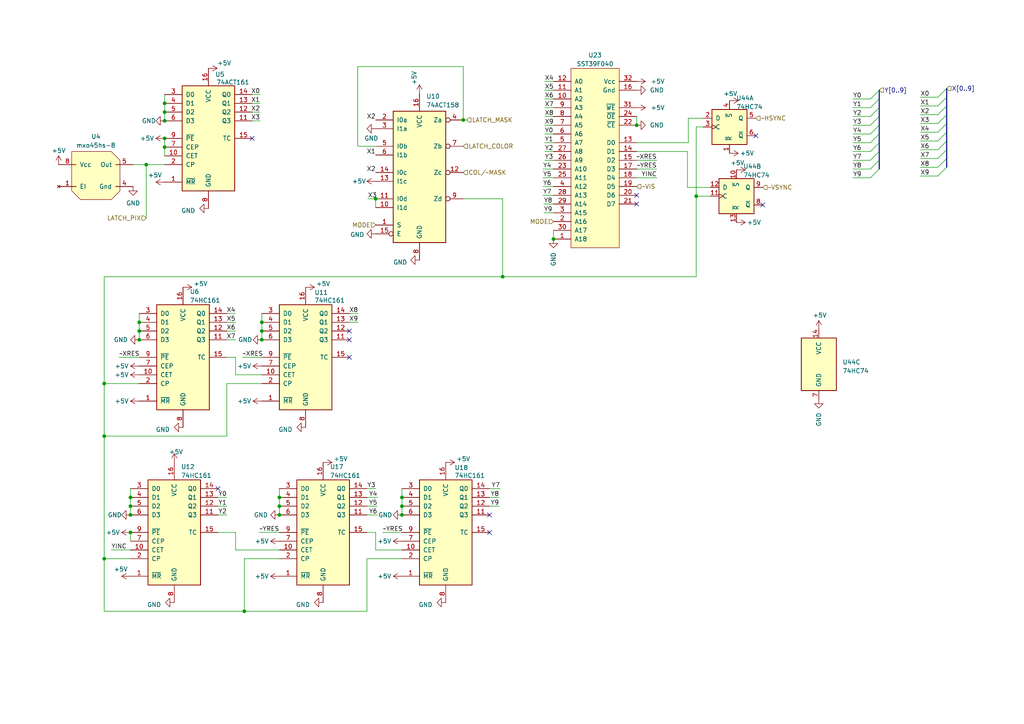
<source format=kicad_sch>
(kicad_sch (version 20230121) (generator eeschema)
  (paper "A4")
  (lib_symbols
    (symbol "68000:SST39F040" (pin_names (offset 1.016))
      (property "Reference" "U" (at 0 -6.35 0))
      (property "Value" "SST39F040" (at 0 0 0))
      (symbol "SST39F040_0_1"
        (rectangle (start -6.35 -2.54) (end 7.62 -54.61) (fill (type background)))
      )
      (symbol "SST39F040_1_1"
        (pin input line (at 12.7 -52.07 180) (length 5.08) (name "A18") (number "1"))
        (pin input line (at 12.7 -11.43 180) (length 5.08) (name "A2") (number "10"))
        (pin input line (at 12.7 -8.89 180) (length 5.08) (name "A1") (number "11"))
        (pin input line (at 12.7 -6.35 180) (length 5.08) (name "A0") (number "12"))
        (pin bidirectional line (at -11.43 -24.13 0) (length 5.08) (name "D0") (number "13"))
        (pin bidirectional line (at -11.43 -26.67 0) (length 5.08) (name "D1") (number "14"))
        (pin bidirectional line (at -11.43 -29.21 0) (length 5.08) (name "D2") (number "15"))
        (pin power_in line (at -11.43 -8.89 0) (length 5.08) (name "Gnd") (number "16"))
        (pin bidirectional line (at -11.43 -31.75 0) (length 5.08) (name "D3") (number "17"))
        (pin bidirectional line (at -11.43 -34.29 0) (length 5.08) (name "D4") (number "18"))
        (pin bidirectional line (at -11.43 -36.83 0) (length 5.08) (name "D5") (number "19"))
        (pin input line (at 12.7 -46.99 180) (length 5.08) (name "A16") (number "2"))
        (pin bidirectional line (at -11.43 -39.37 0) (length 5.08) (name "D6") (number "20"))
        (pin bidirectional line (at -11.43 -41.91 0) (length 5.08) (name "D7") (number "21"))
        (pin input line (at -11.43 -19.05 0) (length 5.08) (name "~{CE}") (number "22"))
        (pin input line (at 12.7 -31.75 180) (length 5.08) (name "A10") (number "23"))
        (pin input line (at -11.43 -16.51 0) (length 5.08) (name "~{OE}") (number "24"))
        (pin input line (at 12.7 -34.29 180) (length 5.08) (name "A11") (number "25"))
        (pin input line (at 12.7 -29.21 180) (length 5.08) (name "A9") (number "26"))
        (pin input line (at 12.7 -26.67 180) (length 5.08) (name "A8") (number "27"))
        (pin input line (at 12.7 -39.37 180) (length 5.08) (name "A13") (number "28"))
        (pin input line (at 12.7 -41.91 180) (length 5.08) (name "A14") (number "29"))
        (pin input line (at 12.7 -44.45 180) (length 5.08) (name "A15") (number "3"))
        (pin input line (at 12.7 -49.53 180) (length 5.08) (name "A17") (number "30"))
        (pin input line (at -11.43 -13.97 0) (length 5.08) (name "~{WE}") (number "31"))
        (pin power_in line (at -11.43 -6.35 0) (length 5.08) (name "Vcc") (number "32"))
        (pin input line (at 12.7 -36.83 180) (length 5.08) (name "A12") (number "4"))
        (pin input line (at 12.7 -24.13 180) (length 5.08) (name "A7") (number "5"))
        (pin input line (at 12.7 -21.59 180) (length 5.08) (name "A6") (number "6"))
        (pin input line (at 12.7 -19.05 180) (length 5.08) (name "A5") (number "7"))
        (pin input line (at 12.7 -16.51 180) (length 5.08) (name "A4") (number "8"))
        (pin input line (at 12.7 -13.97 180) (length 5.08) (name "A3") (number "9"))
      )
    )
    (symbol "68000:mxo45hs-8" (pin_names (offset 1.016))
      (property "Reference" "U" (at -17.78 -8.89 0))
      (property "Value" "mxo45hs-8" (at 0 10.16 0))
      (symbol "mxo45hs-8_0_1"
        (polyline (pts (xy -6.35 7.62) (xy 5.08 7.62) (xy 7.62 5.08) (xy 7.62 -3.81) (xy 5.08 -6.35) (xy -3.81 -6.35) (xy -6.35 -3.81) (xy -6.35 7.62)) (stroke (width 0.1524)) (fill (type background)))
      )
      (symbol "mxo45hs-8_1_1"
        (pin no_connect line (at -10.16 -2.54 0) (length 5.08) (name "EI") (number "1"))
        (pin power_in line (at 11.43 -2.54 180) (length 5.08) (name "Gnd") (number "4"))
        (pin output line (at 11.43 3.81 180) (length 5.08) (name "Out") (number "5"))
        (pin power_in line (at -10.16 3.81 0) (length 5.08) (name "Vcc") (number "8"))
      )
    )
    (symbol "74xx:74HC74" (pin_names (offset 1.016))
      (property "Reference" "U" (at -7.62 8.89 0))
      (property "Value" "74HC74" (at -7.62 -8.89 0))
      (symbol "74HC74_1_0"
        (pin input line (at 0 -7.62 90) (length 2.54) (name "~{R}") (number "1"))
        (pin input line (at -7.62 2.54 0) (length 2.54) (name "D") (number "2"))
        (pin input clock (at -7.62 0 0) (length 2.54) (name "C") (number "3"))
        (pin input line (at 0 7.62 270) (length 2.54) (name "~{S}") (number "4"))
        (pin output line (at 7.62 2.54 180) (length 2.54) (name "Q") (number "5"))
        (pin output line (at 7.62 -2.54 180) (length 2.54) (name "~{Q}") (number "6"))
      )
      (symbol "74HC74_1_1"
        (rectangle (start -5.08 5.08) (end 5.08 -5.08) (stroke (width 0.254)) (fill (type background)))
      )
      (symbol "74HC74_2_0"
        (pin input line (at 0 7.62 270) (length 2.54) (name "~{S}") (number "10"))
        (pin input clock (at -7.62 0 0) (length 2.54) (name "C") (number "11"))
        (pin input line (at -7.62 2.54 0) (length 2.54) (name "D") (number "12"))
        (pin input line (at 0 -7.62 90) (length 2.54) (name "~{R}") (number "13"))
        (pin output line (at 7.62 -2.54 180) (length 2.54) (name "~{Q}") (number "8"))
        (pin output line (at 7.62 2.54 180) (length 2.54) (name "Q") (number "9"))
      )
      (symbol "74HC74_2_1"
        (rectangle (start -5.08 5.08) (end 5.08 -5.08) (stroke (width 0.254)) (fill (type background)))
      )
      (symbol "74HC74_3_0"
        (pin power_in line (at 0 10.16 270) (length 2.54) (name "VCC") (number "14"))
        (pin power_in line (at 0 -10.16 90) (length 2.54) (name "GND") (number "7"))
      )
      (symbol "74HC74_3_1"
        (rectangle (start -5.08 7.62) (end 5.08 -7.62) (stroke (width 0.254)) (fill (type background)))
      )
    )
    (symbol "74xx:74LS158" (pin_names (offset 1.016))
      (property "Reference" "U" (at -7.62 19.05 0))
      (property "Value" "74LS158" (at -7.62 -21.59 0))
      (symbol "74LS158_1_0"
        (pin input line (at -12.7 -15.24 0) (length 5.08) (name "S") (number "1"))
        (pin input line (at -12.7 -10.16 0) (length 5.08) (name "I1d") (number "10"))
        (pin input line (at -12.7 -7.62 0) (length 5.08) (name "I0d") (number "11"))
        (pin output inverted (at 12.7 0 180) (length 5.08) (name "Zc") (number "12"))
        (pin input line (at -12.7 -2.54 0) (length 5.08) (name "I1c") (number "13"))
        (pin input line (at -12.7 0 0) (length 5.08) (name "I0c") (number "14"))
        (pin input inverted (at -12.7 -17.78 0) (length 5.08) (name "E") (number "15"))
        (pin power_in line (at 0 22.86 270) (length 5.08) (name "VCC") (number "16"))
        (pin input line (at -12.7 15.24 0) (length 5.08) (name "I0a") (number "2"))
        (pin input line (at -12.7 12.7 0) (length 5.08) (name "I1a") (number "3"))
        (pin output inverted (at 12.7 15.24 180) (length 5.08) (name "Za") (number "4"))
        (pin input line (at -12.7 7.62 0) (length 5.08) (name "I0b") (number "5"))
        (pin input line (at -12.7 5.08 0) (length 5.08) (name "I1b") (number "6"))
        (pin output inverted (at 12.7 7.62 180) (length 5.08) (name "Zb") (number "7"))
        (pin power_in line (at 0 -25.4 90) (length 5.08) (name "GND") (number "8"))
        (pin output inverted (at 12.7 -7.62 180) (length 5.08) (name "Zd") (number "9"))
      )
      (symbol "74LS158_1_1"
        (rectangle (start -7.62 17.78) (end 7.62 -20.32) (stroke (width 0.254)) (fill (type background)))
      )
    )
    (symbol "74xx:74LS161" (pin_names (offset 1.016))
      (property "Reference" "U" (at -7.62 16.51 0))
      (property "Value" "74LS161" (at -7.62 -16.51 0))
      (symbol "74LS161_1_0"
        (pin input line (at -12.7 -12.7 0) (length 5.08) (name "~{MR}") (number "1"))
        (pin input line (at -12.7 -5.08 0) (length 5.08) (name "CET") (number "10"))
        (pin output line (at 12.7 5.08 180) (length 5.08) (name "Q3") (number "11"))
        (pin output line (at 12.7 7.62 180) (length 5.08) (name "Q2") (number "12"))
        (pin output line (at 12.7 10.16 180) (length 5.08) (name "Q1") (number "13"))
        (pin output line (at 12.7 12.7 180) (length 5.08) (name "Q0") (number "14"))
        (pin output line (at 12.7 0 180) (length 5.08) (name "TC") (number "15"))
        (pin power_in line (at 0 20.32 270) (length 5.08) (name "VCC") (number "16"))
        (pin input line (at -12.7 -7.62 0) (length 5.08) (name "CP") (number "2"))
        (pin input line (at -12.7 12.7 0) (length 5.08) (name "D0") (number "3"))
        (pin input line (at -12.7 10.16 0) (length 5.08) (name "D1") (number "4"))
        (pin input line (at -12.7 7.62 0) (length 5.08) (name "D2") (number "5"))
        (pin input line (at -12.7 5.08 0) (length 5.08) (name "D3") (number "6"))
        (pin input line (at -12.7 -2.54 0) (length 5.08) (name "CEP") (number "7"))
        (pin power_in line (at 0 -20.32 90) (length 5.08) (name "GND") (number "8"))
        (pin input line (at -12.7 0 0) (length 5.08) (name "~{PE}") (number "9"))
      )
      (symbol "74LS161_1_1"
        (rectangle (start -7.62 15.24) (end 7.62 -15.24) (stroke (width 0.254)) (fill (type background)))
      )
    )
    (symbol "power:+5V" (power) (pin_names (offset 0))
      (property "Value" "+5V" (at 0 3.556 0))
      (symbol "+5V_0_1"
        (polyline (pts (xy -0.762 1.27) (xy 0 2.54)))
        (polyline (pts (xy 0 0) (xy 0 2.54)))
        (polyline (pts (xy 0 2.54) (xy 0.762 1.27)))
      )
      (symbol "+5V_1_1"
        (pin power_in line (at 0 0 90) (length 0) hide (name "+5V") (number "1"))
      )
    )
    (symbol "power:GND" (power) (pin_names (offset 0))
      (property "Value" "GND" (at 0 -3.81 0))
      (symbol "GND_0_1"
        (polyline (pts (xy 0 0) (xy 0 -1.27) (xy 1.27 -1.27) (xy 0 -2.54) (xy -1.27 -1.27) (xy 0 -1.27)))
      )
      (symbol "GND_1_1"
        (pin power_in line (at 0 0 270) (length 0) hide (name "GND") (number "1"))
      )
    )
  )
  (junction (at 201.93 56.896))
  (junction (at 37.846 149.352))
  (junction (at 75.946 96.012))
  (junction (at 116.586 146.812))
  (junction (at 70.866 177.292))
  (junction (at 37.846 146.812))
  (junction (at 160.528 69.342))
  (junction (at 145.796 80.264))
  (junction (at 81.026 146.812))
  (junction (at 184.658 36.322))
  (junction (at 116.586 144.272))
  (junction (at 30.226 126.492))
  (junction (at 37.846 144.272))
  (junction (at 40.386 93.472))
  (junction (at 47.752 29.972))
  (junction (at 47.752 42.672))
  (junction (at 40.386 96.012))
  (junction (at 40.386 98.552))
  (junction (at 30.226 111.252))
  (junction (at 134.366 34.798))
  (junction (at 75.946 98.552))
  (junction (at 47.752 32.512))
  (junction (at 37.846 154.432))
  (junction (at 116.586 149.352))
  (junction (at 81.026 149.352))
  (junction (at 108.966 57.658))
  (junction (at 47.752 35.052))
  (junction (at 81.026 144.272))
  (junction (at 75.946 93.472))
  (junction (at 42.418 47.752))
  (junction (at 47.752 40.132))
  (junction (at 30.226 162.052))
  (no_connect (at 101.346 96.012))
  (no_connect (at 221.234 59.436))
  (no_connect (at 184.658 59.182))
  (no_connect (at 63.246 141.732))
  (no_connect (at 101.346 98.552))
  (no_connect (at 101.346 103.632))
  (no_connect (at 141.986 154.432))
  (no_connect (at 184.658 56.642))
  (no_connect (at 141.986 149.352))
  (no_connect (at 219.202 39.37))
  (no_connect (at 73.152 40.132))
  (bus_entry (at 272.034 28.194) (size 2.54 -2.54))
  (bus_entry (at 272.034 51.054) (size 2.54 -2.54))
  (bus_entry (at 252.476 28.702) (size 2.54 -2.54))
  (bus_entry (at 252.476 38.862) (size 2.54 -2.54))
  (bus_entry (at 272.034 35.814) (size 2.54 -2.54))
  (bus_entry (at 252.476 49.022) (size 2.54 -2.54))
  (bus_entry (at 252.476 43.942) (size 2.54 -2.54))
  (bus_entry (at 252.476 36.322) (size 2.54 -2.54))
  (bus_entry (at 252.476 31.242) (size 2.54 -2.54))
  (bus_entry (at 272.034 48.514) (size 2.54 -2.54))
  (bus_entry (at 252.476 41.402) (size 2.54 -2.54))
  (bus_entry (at 272.034 33.274) (size 2.54 -2.54))
  (bus_entry (at 272.034 38.354) (size 2.54 -2.54))
  (bus_entry (at 272.034 43.434) (size 2.54 -2.54))
  (bus_entry (at 272.034 30.734) (size 2.54 -2.54))
  (bus_entry (at 252.476 51.562) (size 2.54 -2.54))
  (bus_entry (at 252.476 46.482) (size 2.54 -2.54))
  (bus_entry (at 272.034 45.974) (size 2.54 -2.54))
  (bus_entry (at 252.476 33.782) (size 2.54 -2.54))
  (bus_entry (at 272.034 40.894) (size 2.54 -2.54))
  (wire (pts (xy 145.034 141.732) (xy 141.986 141.732)))
  (wire (pts (xy 201.93 80.264) (xy 145.796 80.264)))
  (bus (pts (xy 274.574 43.434) (xy 274.574 45.974)))
  (wire (pts (xy 65.786 103.632) (xy 68.326 103.632)))
  (wire (pts (xy 81.026 144.272) (xy 81.026 146.812)))
  (wire (pts (xy 157.734 59.182) (xy 160.528 59.182)))
  (wire (pts (xy 75.438 32.512) (xy 73.152 32.512)))
  (wire (pts (xy 145.796 80.264) (xy 145.796 57.658)))
  (wire (pts (xy 266.954 43.434) (xy 272.034 43.434)))
  (bus (pts (xy 274.574 35.814) (xy 274.574 38.354)))
  (wire (pts (xy 81.026 159.512) (xy 68.326 159.512)))
  (wire (pts (xy 116.586 144.272) (xy 116.586 146.812)))
  (wire (pts (xy 145.796 80.264) (xy 30.226 80.264)))
  (wire (pts (xy 109.474 149.352) (xy 106.426 149.352)))
  (wire (pts (xy 247.396 51.562) (xy 252.476 51.562)))
  (wire (pts (xy 73.152 35.052) (xy 75.438 35.052)))
  (wire (pts (xy 116.586 141.732) (xy 116.586 144.272)))
  (wire (pts (xy 68.326 96.012) (xy 65.786 96.012)))
  (wire (pts (xy 47.752 40.132) (xy 47.752 42.672)))
  (wire (pts (xy 247.396 31.242) (xy 252.476 31.242)))
  (wire (pts (xy 247.396 41.402) (xy 252.476 41.402)))
  (wire (pts (xy 203.962 36.83) (xy 201.93 36.83)))
  (wire (pts (xy 199.644 41.402) (xy 184.658 41.402)))
  (wire (pts (xy 68.326 103.632) (xy 68.326 108.712)))
  (wire (pts (xy 157.734 61.722) (xy 160.528 61.722)))
  (wire (pts (xy 110.998 154.432) (xy 116.586 154.432)))
  (wire (pts (xy 266.954 48.514) (xy 272.034 48.514)))
  (wire (pts (xy 30.226 80.264) (xy 30.226 111.252)))
  (bus (pts (xy 274.574 38.354) (xy 274.574 40.894)))
  (wire (pts (xy 75.438 27.432) (xy 73.152 27.432)))
  (wire (pts (xy 65.786 144.272) (xy 63.246 144.272)))
  (wire (pts (xy 38.608 47.752) (xy 42.418 47.752)))
  (wire (pts (xy 135.382 34.798) (xy 134.366 34.798)))
  (wire (pts (xy 37.846 141.732) (xy 37.846 144.272)))
  (wire (pts (xy 201.93 36.83) (xy 201.93 56.896)))
  (wire (pts (xy 106.68 57.658) (xy 108.966 57.658)))
  (bus (pts (xy 274.574 33.274) (xy 274.574 35.814)))
  (wire (pts (xy 68.326 90.932) (xy 65.786 90.932)))
  (wire (pts (xy 157.988 43.942) (xy 160.528 43.942)))
  (wire (pts (xy 103.759 19.304) (xy 103.759 42.418)))
  (wire (pts (xy 184.658 33.782) (xy 184.658 36.322)))
  (bus (pts (xy 255.016 33.782) (xy 255.016 36.322)))
  (bus (pts (xy 255.016 36.322) (xy 255.016 38.862)))
  (wire (pts (xy 157.988 31.242) (xy 160.528 31.242)))
  (wire (pts (xy 157.988 46.482) (xy 160.528 46.482)))
  (wire (pts (xy 70.866 177.292) (xy 70.866 162.052)))
  (wire (pts (xy 266.954 38.354) (xy 272.034 38.354)))
  (wire (pts (xy 199.39 43.942) (xy 199.39 54.356)))
  (wire (pts (xy 266.954 33.274) (xy 272.034 33.274)))
  (wire (pts (xy 266.954 28.194) (xy 272.034 28.194)))
  (wire (pts (xy 40.386 90.932) (xy 40.386 93.472)))
  (wire (pts (xy 134.366 19.304) (xy 134.366 34.798)))
  (wire (pts (xy 109.474 146.812) (xy 106.426 146.812)))
  (wire (pts (xy 47.752 27.432) (xy 47.752 29.972)))
  (wire (pts (xy 157.988 26.162) (xy 160.528 26.162)))
  (wire (pts (xy 106.426 154.432) (xy 108.966 154.432)))
  (wire (pts (xy 108.966 154.432) (xy 108.966 159.512)))
  (wire (pts (xy 116.586 162.052) (xy 106.426 162.052)))
  (wire (pts (xy 30.226 162.052) (xy 37.846 162.052)))
  (wire (pts (xy 68.326 154.432) (xy 63.246 154.432)))
  (wire (pts (xy 37.846 144.272) (xy 37.846 146.812)))
  (wire (pts (xy 30.226 111.252) (xy 40.386 111.252)))
  (bus (pts (xy 274.574 40.894) (xy 274.574 43.434)))
  (bus (pts (xy 255.016 46.482) (xy 255.016 49.022)))
  (wire (pts (xy 190.5 49.022) (xy 184.658 49.022)))
  (bus (pts (xy 255.016 31.242) (xy 255.016 33.782)))
  (wire (pts (xy 157.48 51.562) (xy 160.528 51.562)))
  (wire (pts (xy 75.438 29.972) (xy 73.152 29.972)))
  (wire (pts (xy 157.48 56.642) (xy 160.528 56.642)))
  (wire (pts (xy 247.396 49.022) (xy 252.476 49.022)))
  (wire (pts (xy 65.786 111.252) (xy 65.786 126.492)))
  (wire (pts (xy 103.886 93.472) (xy 101.346 93.472)))
  (wire (pts (xy 247.396 36.322) (xy 252.476 36.322)))
  (wire (pts (xy 30.226 126.492) (xy 30.226 162.052)))
  (wire (pts (xy 70.866 177.292) (xy 106.426 177.292)))
  (bus (pts (xy 255.016 43.942) (xy 255.016 46.482)))
  (wire (pts (xy 247.396 38.862) (xy 252.476 38.862)))
  (wire (pts (xy 190.5 51.562) (xy 184.658 51.562)))
  (wire (pts (xy 184.658 43.942) (xy 199.39 43.942)))
  (wire (pts (xy 30.226 177.292) (xy 30.226 162.052)))
  (wire (pts (xy 68.326 98.552) (xy 65.786 98.552)))
  (wire (pts (xy 37.846 146.812) (xy 37.846 149.352)))
  (wire (pts (xy 47.752 32.512) (xy 47.752 35.052)))
  (wire (pts (xy 157.48 49.022) (xy 160.528 49.022)))
  (wire (pts (xy 157.48 54.102) (xy 160.528 54.102)))
  (wire (pts (xy 68.326 159.512) (xy 68.326 154.432)))
  (wire (pts (xy 109.474 144.272) (xy 106.426 144.272)))
  (wire (pts (xy 30.226 111.252) (xy 30.226 126.492)))
  (bus (pts (xy 255.016 38.862) (xy 255.016 41.402)))
  (wire (pts (xy 75.184 154.432) (xy 81.026 154.432)))
  (wire (pts (xy 65.786 149.352) (xy 63.246 149.352)))
  (wire (pts (xy 266.954 30.734) (xy 272.034 30.734)))
  (wire (pts (xy 30.226 177.292) (xy 70.866 177.292)))
  (wire (pts (xy 37.846 156.972) (xy 37.846 154.432)))
  (wire (pts (xy 247.396 43.942) (xy 252.476 43.942)))
  (wire (pts (xy 65.786 126.492) (xy 30.226 126.492)))
  (wire (pts (xy 75.946 111.252) (xy 65.786 111.252)))
  (bus (pts (xy 274.574 25.654) (xy 274.574 28.194)))
  (wire (pts (xy 103.759 42.418) (xy 108.966 42.418)))
  (wire (pts (xy 103.886 90.932) (xy 101.346 90.932)))
  (wire (pts (xy 42.418 63.246) (xy 42.418 47.752)))
  (wire (pts (xy 199.39 54.356) (xy 205.994 54.356)))
  (wire (pts (xy 47.752 29.972) (xy 47.752 32.512)))
  (wire (pts (xy 266.954 40.894) (xy 272.034 40.894)))
  (wire (pts (xy 247.396 46.482) (xy 252.476 46.482)))
  (bus (pts (xy 274.574 28.194) (xy 274.574 30.734)))
  (wire (pts (xy 32.258 159.512) (xy 37.846 159.512)))
  (wire (pts (xy 157.988 36.322) (xy 160.528 36.322)))
  (wire (pts (xy 190.5 46.482) (xy 184.658 46.482)))
  (wire (pts (xy 144.78 146.812) (xy 141.986 146.812)))
  (wire (pts (xy 266.954 45.974) (xy 272.034 45.974)))
  (wire (pts (xy 144.78 144.272) (xy 141.986 144.272)))
  (wire (pts (xy 108.966 141.732) (xy 106.426 141.732)))
  (wire (pts (xy 203.962 34.29) (xy 199.644 34.29)))
  (wire (pts (xy 157.988 33.782) (xy 160.528 33.782)))
  (wire (pts (xy 247.396 28.702) (xy 252.476 28.702)))
  (bus (pts (xy 274.574 45.974) (xy 274.574 48.514)))
  (wire (pts (xy 81.026 141.732) (xy 81.026 144.272)))
  (wire (pts (xy 47.752 42.672) (xy 47.752 45.212)))
  (wire (pts (xy 65.786 146.812) (xy 63.246 146.812)))
  (wire (pts (xy 201.93 56.896) (xy 205.994 56.896)))
  (wire (pts (xy 199.644 34.29) (xy 199.644 41.402)))
  (wire (pts (xy 68.326 108.712) (xy 75.946 108.712)))
  (wire (pts (xy 40.386 93.472) (xy 40.386 96.012)))
  (bus (pts (xy 255.016 26.162) (xy 255.016 28.702)))
  (wire (pts (xy 75.946 93.472) (xy 75.946 96.012)))
  (wire (pts (xy 108.966 159.512) (xy 116.586 159.512)))
  (wire (pts (xy 201.93 56.896) (xy 201.93 80.264)))
  (wire (pts (xy 247.396 33.782) (xy 252.476 33.782)))
  (bus (pts (xy 255.016 41.402) (xy 255.016 43.942)))
  (wire (pts (xy 106.426 162.052) (xy 106.426 177.292)))
  (wire (pts (xy 40.386 96.012) (xy 40.386 98.552)))
  (wire (pts (xy 75.946 90.932) (xy 75.946 93.472)))
  (wire (pts (xy 157.988 41.402) (xy 160.528 41.402)))
  (bus (pts (xy 274.574 30.734) (xy 274.574 33.274)))
  (wire (pts (xy 145.796 57.658) (xy 134.366 57.658)))
  (wire (pts (xy 266.954 51.054) (xy 272.034 51.054)))
  (wire (pts (xy 42.418 47.752) (xy 47.752 47.752)))
  (wire (pts (xy 157.988 28.702) (xy 160.528 28.702)))
  (wire (pts (xy 75.946 96.012) (xy 75.946 98.552)))
  (wire (pts (xy 116.586 146.812) (xy 116.586 149.352)))
  (wire (pts (xy 70.866 162.052) (xy 81.026 162.052)))
  (wire (pts (xy 108.966 57.658) (xy 108.966 60.198)))
  (wire (pts (xy 157.988 38.862) (xy 160.528 38.862)))
  (wire (pts (xy 160.528 66.802) (xy 160.528 69.342)))
  (wire (pts (xy 68.326 93.472) (xy 65.786 93.472)))
  (wire (pts (xy 157.988 23.622) (xy 160.528 23.622)))
  (wire (pts (xy 70.358 103.632) (xy 75.946 103.632)))
  (wire (pts (xy 34.544 103.632) (xy 40.386 103.632)))
  (wire (pts (xy 266.954 35.814) (xy 272.034 35.814)))
  (wire (pts (xy 134.366 19.304) (xy 103.759 19.304)))
  (wire (pts (xy 81.026 146.812) (xy 81.026 149.352)))
  (bus (pts (xy 255.016 28.702) (xy 255.016 31.242)))
  (label "X6" (at 68.326 96.012 180))
  (label "Y1" (at 157.988 41.402 0))
  (label "~YRES" (at 110.998 154.432 0))
  (label "X1" (at 266.954 30.734 0))
  (label "X2" (at 108.966 50.038 180))
  (label "Y3" (at 108.966 141.732 180))
  (label "X9" (at 157.988 36.322 0))
  (label "X3" (at 266.954 35.814 0))
  (label "Y9" (at 144.78 146.812 180))
  (label "X6" (at 266.954 43.434 0))
  (label "Y8" (at 157.734 59.182 0))
  (label "X2" (at 75.438 32.512 180))
  (label "X1" (at 108.966 44.958 180))
  (label "X4" (at 68.326 90.932 180))
  (label "X7" (at 266.954 45.974 0))
  (label "Y6" (at 247.396 43.942 0))
  (label "YINC" (at 190.5 51.562 180))
  (label "Y7" (at 157.48 56.642 0))
  (label "Y8" (at 144.78 144.272 180))
  (label "Y9" (at 247.396 51.562 0))
  (label "Y2" (at 247.396 33.782 0))
  (label "Y6" (at 157.48 54.102 0))
  (label "Y0" (at 65.786 144.272 180))
  (label "Y4" (at 157.48 49.022 0))
  (label "Y7" (at 145.034 141.732 180))
  (label "Y0" (at 247.396 28.702 0))
  (label "X3" (at 75.438 35.052 180))
  (label "X7" (at 157.988 31.242 0))
  (label "YINC" (at 32.258 159.512 0))
  (label "~YRES" (at 190.5 49.022 180))
  (label "Y5" (at 109.474 146.812 180))
  (label "X8" (at 157.988 33.782 0))
  (label "X8" (at 103.886 90.932 180))
  (label "Y3" (at 247.396 36.322 0))
  (label "X9" (at 103.886 93.472 180))
  (label "X2" (at 266.954 33.274 0))
  (label "~XRES" (at 34.544 103.632 0))
  (label "X8" (at 266.954 48.514 0))
  (label "Y8" (at 247.396 49.022 0))
  (label "Y5" (at 157.48 51.562 0))
  (label "~YRES" (at 75.184 154.432 0))
  (label "X5" (at 157.988 26.162 0))
  (label "X5" (at 68.326 93.472 180))
  (label "X4" (at 157.988 23.622 0))
  (label "~XRES" (at 70.358 103.632 0))
  (label "Y1" (at 247.396 31.242 0))
  (label "Y5" (at 247.396 41.402 0))
  (label "Y4" (at 109.474 144.272 180))
  (label "X6" (at 157.988 28.702 0))
  (label "X0" (at 266.954 28.194 0))
  (label "X9" (at 266.954 51.054 0))
  (label "~XRES" (at 190.5 46.482 180))
  (label "X3" (at 106.68 57.658 0))
  (label "X4" (at 266.954 38.354 0))
  (label "X7" (at 68.326 98.552 180))
  (label "Y9" (at 157.734 61.722 0))
  (label "Y2" (at 65.786 149.352 180))
  (label "Y4" (at 247.396 38.862 0))
  (label "X1" (at 75.438 29.972 180))
  (label "Y1" (at 65.786 146.812 180))
  (label "X5" (at 266.954 40.894 0))
  (label "Y0" (at 157.988 38.862 0))
  (label "Y2" (at 157.988 43.942 0))
  (label "Y6" (at 109.474 149.352 180))
  (label "X2" (at 108.966 34.798 180))
  (label "X0" (at 75.438 27.432 180))
  (label "Y3" (at 157.988 46.482 0))
  (label "Y7" (at 247.396 46.482 0))
  (hierarchical_label "MODE" (shape input) (at 160.528 64.262 180))
  (hierarchical_label "~HSYNC" (shape input) (at 219.202 34.29 0))
  (hierarchical_label "LATCH_COLOR" (shape input) (at 134.366 42.418 0))
  (hierarchical_label "LATCH_MASK" (shape input) (at 135.382 34.798 0))
  (hierarchical_label "LATCH_PIX" (shape input) (at 42.418 63.246 180))
  (hierarchical_label "~VSYNC" (shape input) (at 221.234 54.356 0))
  (hierarchical_label "~VIS" (shape input) (at 184.658 54.102 0))
  (hierarchical_label "Y[0..9]" (shape input) (at 255.016 26.162 0))
  (hierarchical_label "MODE" (shape input) (at 108.966 65.278 180))
  (hierarchical_label "X[0..9]" (shape input) (at 274.574 25.654 0))
  (hierarchical_label "COL{slash}~MASK" (shape input) (at 134.366 50.038 0))
  (symbol (lib_id "74xx:74LS158") (at 121.666 50.038 0) (unit 1)
    (property "Reference" "U10" (at 123.6219 27.94 0) (effects (justify left)))
    (property "Value" "74ACT158" (at 123.6219 30.48 0) (effects (justify left)))
    (property "Footprint" "68000:DIP-16" (effects hide))
    (property "Datasheet" "http://www.ti.com/lit/gpn/sn74LS158" (effects hide))
  )
  (symbol (lib_id "power:+5V") (at 37.846 154.432 90) (unit 1)
    (property "Reference" "#PWR030" (effects hide))
    (property "Value" "+5V" (at 34.798 154.432 90) (effects (justify left)))
  )
  (symbol (lib_id "power:GND") (at 160.528 69.342 0) (mirror y) (unit 1)
    (property "Reference" "#PWR047" (effects hide))
    (property "Value" "GND" (at 160.528 73.152 90) (effects (justify right)))
  )
  (symbol (lib_id "power:+5V") (at 75.946 116.332 90) (unit 1)
    (property "Reference" "#PWR026" (effects hide))
    (property "Value" "+5V" (at 72.898 116.332 90) (effects (justify left)))
  )
  (symbol (lib_id "74xx:74LS161") (at 60.452 40.132 0) (unit 1)
    (property "Reference" "U5" (at 62.4079 21.59 0) (effects (justify left)))
    (property "Value" "74ACT161" (at 62.738 23.876 0) (effects (justify left)))
    (property "Footprint" "68000:DIP-16" (effects hide))
    (property "Datasheet" "http://www.ti.com/lit/gpn/sn74LS161" (effects hide))
  )
  (symbol (lib_id "power:+5V") (at 50.546 134.112 0) (unit 1)
    (property "Reference" "#PWR032" (effects hide))
    (property "Value" "+5V" (at 49.022 131.064 0) (effects (justify left)))
  )
  (symbol (lib_id "power:+5V") (at 184.658 31.242 270) (mirror x) (unit 1)
    (property "Reference" "#PWR046" (effects hide))
    (property "Value" "+5V" (at 188.722 31.242 90) (effects (justify left)))
  )
  (symbol (lib_id "68000:SST39F040") (at 173.228 17.272 0) (mirror y) (unit 1)
    (property "Reference" "U23" (at 172.593 16.002 0))
    (property "Value" "SST39F040" (at 172.593 18.542 0))
    (property "Footprint" "68000:DIP-32_600_ELL" (effects hide))
  )
  (symbol (lib_id "power:+5V") (at 184.658 23.622 270) (mirror x) (unit 1)
    (property "Reference" "#PWR036" (effects hide))
    (property "Value" "+5V" (at 188.722 23.622 90) (effects (justify left)))
  )
  (symbol (lib_id "power:+5V") (at 47.752 40.132 90) (unit 1)
    (property "Reference" "#PWR012" (effects hide))
    (property "Value" "+5V" (at 44.704 40.132 90) (effects (justify left)))
  )
  (symbol (lib_id "power:GND") (at 108.966 67.818 270) (unit 1)
    (property "Reference" "#PWR0170" (effects hide))
    (property "Value" "GND" (at 105.664 68.072 90) (effects (justify right)))
  )
  (symbol (lib_id "power:GND") (at 184.658 36.322 90) (mirror x) (unit 1)
    (property "Reference" "#PWR045" (effects hide))
    (property "Value" "GND" (at 188.468 36.322 90) (effects (justify right)))
  )
  (symbol (lib_id "power:+5V") (at 81.026 156.972 90) (unit 1)
    (property "Reference" "#PWR028" (effects hide))
    (property "Value" "+5V" (at 77.978 156.972 90) (effects (justify left)))
  )
  (symbol (lib_id "power:+5V") (at 75.946 106.172 90) (unit 1)
    (property "Reference" "#PWR025" (effects hide))
    (property "Value" "+5V" (at 72.898 106.172 90) (effects (justify left)))
  )
  (symbol (lib_id "power:+5V") (at 40.386 116.332 90) (unit 1)
    (property "Reference" "#PWR022" (effects hide))
    (property "Value" "+5V" (at 37.338 116.332 90) (effects (justify left)))
  )
  (symbol (lib_id "power:GND") (at 184.658 26.162 90) (mirror x) (unit 1)
    (property "Reference" "#PWR041" (effects hide))
    (property "Value" "GND" (at 188.468 26.162 90) (effects (justify right)))
  )
  (symbol (lib_id "power:GND") (at 60.452 60.452 270) (unit 1)
    (property "Reference" "#PWR09" (effects hide))
    (property "Value" "GND" (at 56.642 61.087 90) (effects (justify right)))
  )
  (symbol (lib_id "power:GND") (at 108.966 37.338 270) (unit 1)
    (property "Reference" "#PWR0178" (effects hide))
    (property "Value" "GND" (at 109.728 40.132 90) (effects (justify right)))
  )
  (symbol (lib_id "power:GND") (at 50.546 174.752 270) (unit 1)
    (property "Reference" "#PWR033" (effects hide))
    (property "Value" "GND" (at 46.736 175.387 90) (effects (justify right)))
  )
  (symbol (lib_id "power:+5V") (at 211.582 44.45 270) (mirror x) (unit 1)
    (property "Reference" "#PWR0155" (effects hide))
    (property "Value" "+5V" (at 214.63 44.45 90) (effects (justify left)))
  )
  (symbol (lib_id "power:GND") (at 40.386 98.552 270) (unit 1)
    (property "Reference" "#PWR021" (effects hide))
    (property "Value" "GND" (at 37.084 98.552 90) (effects (justify right)))
  )
  (symbol (lib_id "power:+5V") (at 88.646 83.312 270) (unit 1)
    (property "Reference" "#PWR019" (effects hide))
    (property "Value" "+5V" (at 91.694 82.296 90) (effects (justify left)))
  )
  (symbol (lib_id "74xx:74LS161") (at 129.286 154.432 0) (unit 1)
    (property "Reference" "U18" (at 131.826 135.636 0) (effects (justify left)))
    (property "Value" "74HC161" (at 131.826 137.922 0) (effects (justify left)))
    (property "Footprint" "68000:DIP-16" (effects hide))
    (property "Datasheet" "http://www.ti.com/lit/gpn/sn74LS161" (effects hide))
  )
  (symbol (lib_id "power:GND") (at 116.586 149.352 270) (unit 1)
    (property "Reference" "#PWR040" (effects hide))
    (property "Value" "GND" (at 113.792 149.352 90) (effects (justify right)))
  )
  (symbol (lib_id "power:GND") (at 237.49 115.824 0) (unit 1)
    (property "Reference" "#PWR0115" (effects hide))
    (property "Value" "GND" (at 237.49 119.634 90) (effects (justify right)))
  )
  (symbol (lib_id "power:+5V") (at 93.726 134.112 270) (unit 1)
    (property "Reference" "#PWR038" (effects hide))
    (property "Value" "+5V" (at 96.774 133.096 90) (effects (justify left)))
  )
  (symbol (lib_id "power:+5V") (at 53.086 83.312 270) (unit 1)
    (property "Reference" "#PWR016" (effects hide))
    (property "Value" "+5V" (at 56.134 82.296 90) (effects (justify left)))
  )
  (symbol (lib_id "power:+5V") (at 40.386 108.712 90) (unit 1)
    (property "Reference" "#PWR024" (effects hide))
    (property "Value" "+5V" (at 37.338 108.712 90) (effects (justify left)))
  )
  (symbol (lib_id "68000:mxo45hs-8") (at 27.178 51.562 0) (unit 1)
    (property "Reference" "U4" (at 27.813 39.624 0))
    (property "Value" "mxo45hs-8" (at 27.813 42.164 0))
    (property "Footprint" "68000:DIP-2x2osci" (effects hide))
  )
  (symbol (lib_id "power:+5V") (at 17.018 47.752 0) (unit 1)
    (property "Reference" "#PWR014" (effects hide))
    (property "Value" "+5V" (at 14.986 43.688 0) (effects (justify left)))
  )
  (symbol (lib_id "power:+5V") (at 60.452 19.812 270) (unit 1)
    (property "Reference" "#PWR010" (effects hide))
    (property "Value" "+5V" (at 62.992 18.288 90) (effects (justify left)))
  )
  (symbol (lib_id "74xx:74LS161") (at 93.726 154.432 0) (unit 1)
    (property "Reference" "U17" (at 95.6819 135.382 0) (effects (justify left)))
    (property "Value" "74HC161" (at 95.6819 137.922 0) (effects (justify left)))
    (property "Footprint" "68000:DIP-16" (effects hide))
    (property "Datasheet" "http://www.ti.com/lit/gpn/sn74LS161" (effects hide))
  )
  (symbol (lib_id "power:+5V") (at 121.666 27.178 0) (unit 1)
    (property "Reference" "#PWR065" (effects hide))
    (property "Value" "+5V" (at 120.142 24.638 90) (effects (justify left)))
  )
  (symbol (lib_id "power:+5V") (at 47.752 52.832 90) (unit 1)
    (property "Reference" "#PWR013" (effects hide))
    (property "Value" "+5V" (at 46.99 50.8 90) (effects (justify left)))
  )
  (symbol (lib_id "power:GND") (at 38.608 54.102 0) (unit 1)
    (property "Reference" "#PWR015" (effects hide))
    (property "Value" "GND" (at 38.608 58.928 0))
  )
  (symbol (lib_id "power:+5V") (at 40.386 106.172 90) (unit 1)
    (property "Reference" "#PWR023" (effects hide))
    (property "Value" "+5V" (at 37.338 106.172 90) (effects (justify left)))
  )
  (symbol (lib_id "power:+5V") (at 237.49 95.504 0) (unit 1)
    (property "Reference" "#PWR0116" (effects hide))
    (property "Value" "+5V" (at 235.712 91.44 0) (effects (justify left)))
  )
  (symbol (lib_id "power:+5V") (at 37.846 167.132 90) (unit 1)
    (property "Reference" "#PWR031" (effects hide))
    (property "Value" "+5V" (at 37.084 165.1 90) (effects (justify left)))
  )
  (symbol (lib_id "power:+5V") (at 116.586 156.972 90) (unit 1)
    (property "Reference" "#PWR035" (effects hide))
    (property "Value" "+5V" (at 113.538 156.972 90) (effects (justify left)))
  )
  (symbol (lib_id "power:GND") (at 75.946 98.552 270) (unit 1)
    (property "Reference" "#PWR020" (effects hide))
    (property "Value" "GND" (at 73.152 98.552 90) (effects (justify right)))
  )
  (symbol (lib_id "power:GND") (at 53.086 123.952 270) (unit 1)
    (property "Reference" "#PWR017" (effects hide))
    (property "Value" "GND" (at 49.276 124.587 90) (effects (justify right)))
  )
  (symbol (lib_id "power:GND") (at 121.666 75.438 270) (unit 1)
    (property "Reference" "#PWR066" (effects hide))
    (property "Value" "GND" (at 118.11 76.073 90) (effects (justify right)))
  )
  (symbol (lib_id "power:GND") (at 129.286 174.752 270) (unit 1)
    (property "Reference" "#PWR044" (effects hide))
    (property "Value" "GND" (at 125.476 175.387 90) (effects (justify right)))
  )
  (symbol (lib_id "power:+5V") (at 81.026 167.132 90) (unit 1)
    (property "Reference" "#PWR037" (effects hide))
    (property "Value" "+5V" (at 77.978 167.132 90) (effects (justify left)))
  )
  (symbol (lib_id "power:+5V") (at 213.614 49.276 270) (mirror x) (unit 1)
    (property "Reference" "#PWR0153" (effects hide))
    (property "Value" "+5V" (at 211.836 47.244 90) (effects (justify left)))
  )
  (symbol (lib_id "power:+5V") (at 211.582 29.21 270) (mirror x) (unit 1)
    (property "Reference" "#PWR0120" (effects hide))
    (property "Value" "+5V" (at 209.804 27.178 90) (effects (justify left)))
  )
  (symbol (lib_id "74xx:74LS161") (at 53.086 103.632 0) (unit 1)
    (property "Reference" "U6" (at 55.0419 84.582 0) (effects (justify left)))
    (property "Value" "74HC161" (at 55.0419 87.122 0) (effects (justify left)))
    (property "Footprint" "68000:DIP-16" (effects hide))
    (property "Datasheet" "http://www.ti.com/lit/gpn/sn74LS161" (effects hide))
  )
  (symbol (lib_id "power:+5V") (at 129.286 134.112 270) (unit 1)
    (property "Reference" "#PWR043" (effects hide))
    (property "Value" "+5V" (at 132.334 133.096 90) (effects (justify left)))
  )
  (symbol (lib_id "74xx:74LS161") (at 50.546 154.432 0) (unit 1)
    (property "Reference" "U12" (at 52.5019 135.382 0) (effects (justify left)))
    (property "Value" "74HC161" (at 52.5019 137.922 0) (effects (justify left)))
    (property "Footprint" "68000:DIP-16" (effects hide))
    (property "Datasheet" "http://www.ti.com/lit/gpn/sn74LS161" (effects hide))
  )
  (symbol (lib_id "power:+5V") (at 116.586 167.132 90) (unit 1)
    (property "Reference" "#PWR042" (effects hide))
    (property "Value" "+5V" (at 113.538 167.132 90) (effects (justify left)))
  )
  (symbol (lib_id "74xx:74HC74") (at 211.582 36.83 0) (unit 1)
    (property "Reference" "U44" (at 213.5379 28.448 0) (effects (justify left)))
    (property "Value" "74HC74" (at 213.5379 30.988 0) (effects (justify left)))
    (property "Footprint" "68000:DIP-14" (effects hide))
    (property "Datasheet" "74xx/74hc_hct74.pdf" (effects hide))
  )
  (symbol (lib_id "74xx:74HC74") (at 213.614 56.896 0) (unit 2)
    (property "Reference" "U44" (at 215.5699 48.26 0) (effects (justify left)))
    (property "Value" "74HC74" (at 215.5699 50.8 0) (effects (justify left)))
    (property "Footprint" "68000:DIP-14" (effects hide))
    (property "Datasheet" "74xx/74hc_hct74.pdf" (effects hide))
  )
  (symbol (lib_id "power:+5V") (at 108.966 52.578 90) (unit 1)
    (property "Reference" "#PWR0179" (effects hide))
    (property "Value" "+5V" (at 106.172 52.578 90) (effects (justify left)))
  )
  (symbol (lib_id "power:GND") (at 93.726 174.752 270) (unit 1)
    (property "Reference" "#PWR039" (effects hide))
    (property "Value" "GND" (at 89.916 175.387 90) (effects (justify right)))
  )
  (symbol (lib_id "74xx:74LS161") (at 88.646 103.632 0) (unit 1)
    (property "Reference" "U11" (at 91.186 84.836 0) (effects (justify left)))
    (property "Value" "74HC161" (at 91.186 87.122 0) (effects (justify left)))
    (property "Footprint" "68000:DIP-16" (effects hide))
    (property "Datasheet" "http://www.ti.com/lit/gpn/sn74LS161" (effects hide))
  )
  (symbol (lib_id "74xx:74HC74") (at 237.49 105.664 0) (unit 3)
    (property "Reference" "U44" (at 244.348 105.029 0) (effects (justify left)))
    (property "Value" "74HC74" (at 244.348 107.569 0) (effects (justify left)))
    (property "Footprint" "68000:DIP-14" (effects hide))
    (property "Datasheet" "74xx/74hc_hct74.pdf" (effects hide))
  )
  (symbol (lib_id "power:GND") (at 88.646 123.952 270) (unit 1)
    (property "Reference" "#PWR018" (effects hide))
    (property "Value" "GND" (at 84.836 124.587 90) (effects (justify right)))
  )
  (symbol (lib_id "power:GND") (at 81.026 149.352 270) (unit 1)
    (property "Reference" "#PWR034" (effects hide))
    (property "Value" "GND" (at 77.724 149.352 90) (effects (justify right)))
  )
  (symbol (lib_id "power:GND") (at 47.752 35.052 270) (unit 1)
    (property "Reference" "#PWR011" (effects hide))
    (property "Value" "GND" (at 43.18 35.052 90))
  )
  (symbol (lib_id "power:GND") (at 37.846 149.352 270) (unit 1)
    (property "Reference" "#PWR029" (effects hide))
    (property "Value" "GND" (at 33.274 149.352 90))
  )
  (symbol (lib_id "power:+5V") (at 213.614 64.516 270) (mirror x) (unit 1)
    (property "Reference" "#PWR0154" (effects hide))
    (property "Value" "+5V" (at 216.662 64.516 90) (effects (justify left)))
  )
)
</source>
